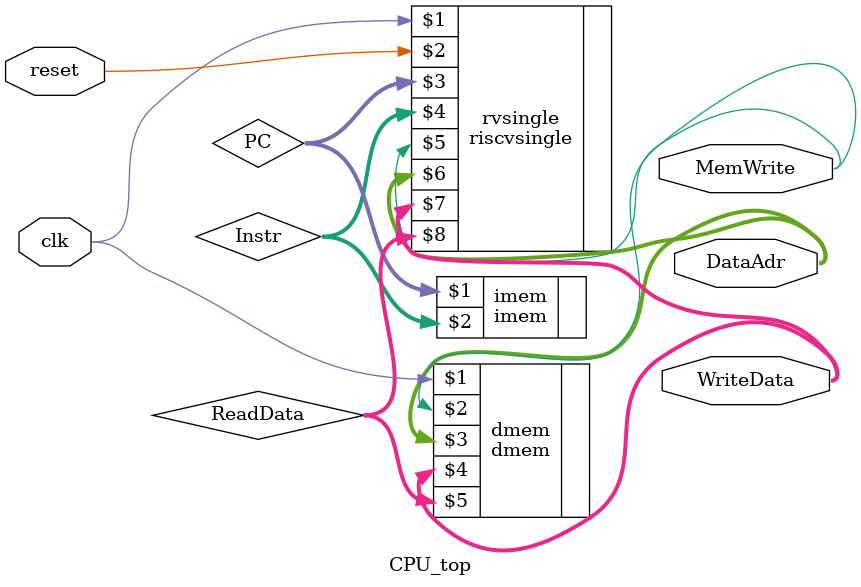
<source format=v>
`timescale 1ns / 1ps
module CPU_top(
    input         clk,
    input         reset,
    output [31:0] WriteData,
    output [31:0] DataAdr,
    output        MemWrite
    );

    wire [31:0] PC;
    wire [31:0] Instr;
    wire [31:0] ReadData;

    riscvsingle rvsingle(
        clk,
        reset,
        PC,
        Instr,
        MemWrite,
        DataAdr,
        WriteData,
        ReadData
    );
    
    imem imem(
        PC,
        Instr
    );

    dmem dmem(
        clk,
        MemWrite,
        DataAdr,
        WriteData,
        ReadData
    );
    
endmodule

</source>
